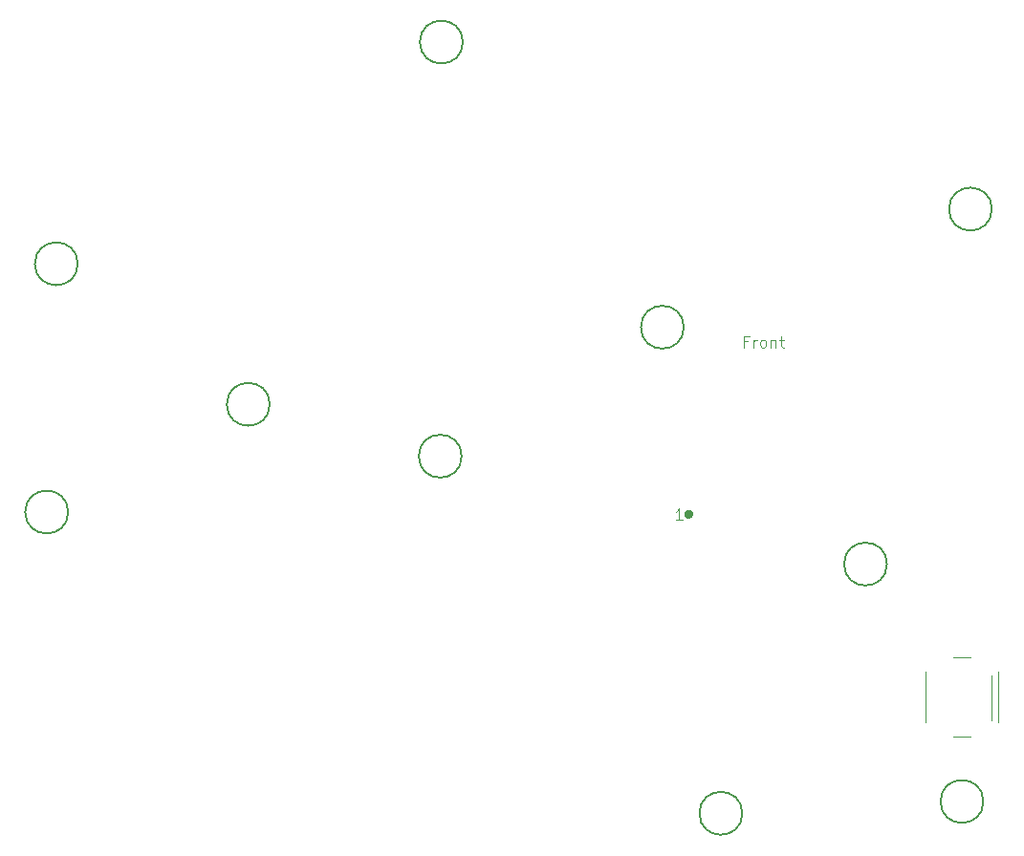
<source format=gbr>
%TF.GenerationSoftware,KiCad,Pcbnew,7.0.2*%
%TF.CreationDate,2024-03-04T12:18:32-06:00*%
%TF.ProjectId,01_capsule5_left,30315f63-6170-4737-956c-65355f6c6566,v1.0.0*%
%TF.SameCoordinates,Original*%
%TF.FileFunction,Legend,Top*%
%TF.FilePolarity,Positive*%
%FSLAX46Y46*%
G04 Gerber Fmt 4.6, Leading zero omitted, Abs format (unit mm)*
G04 Created by KiCad (PCBNEW 7.0.2) date 2024-03-04 12:18:32*
%MOMM*%
%LPD*%
G01*
G04 APERTURE LIST*
%ADD10C,0.100000*%
%ADD11C,0.150000*%
%ADD12C,0.400000*%
%ADD13C,0.120000*%
G04 APERTURE END LIST*
D10*
%TO.C,U3*%
X235481904Y-89287619D02*
X234910476Y-89287619D01*
X235196190Y-89287619D02*
X235196190Y-88287619D01*
X235196190Y-88287619D02*
X235100952Y-88430476D01*
X235100952Y-88430476D02*
X235005714Y-88525714D01*
X235005714Y-88525714D02*
X234910476Y-88573333D01*
X241281428Y-73483809D02*
X240948095Y-73483809D01*
X240948095Y-74007619D02*
X240948095Y-73007619D01*
X240948095Y-73007619D02*
X241424285Y-73007619D01*
X241805238Y-74007619D02*
X241805238Y-73340952D01*
X241805238Y-73531428D02*
X241852857Y-73436190D01*
X241852857Y-73436190D02*
X241900476Y-73388571D01*
X241900476Y-73388571D02*
X241995714Y-73340952D01*
X241995714Y-73340952D02*
X242090952Y-73340952D01*
X242567143Y-74007619D02*
X242471905Y-73960000D01*
X242471905Y-73960000D02*
X242424286Y-73912380D01*
X242424286Y-73912380D02*
X242376667Y-73817142D01*
X242376667Y-73817142D02*
X242376667Y-73531428D01*
X242376667Y-73531428D02*
X242424286Y-73436190D01*
X242424286Y-73436190D02*
X242471905Y-73388571D01*
X242471905Y-73388571D02*
X242567143Y-73340952D01*
X242567143Y-73340952D02*
X242710000Y-73340952D01*
X242710000Y-73340952D02*
X242805238Y-73388571D01*
X242805238Y-73388571D02*
X242852857Y-73436190D01*
X242852857Y-73436190D02*
X242900476Y-73531428D01*
X242900476Y-73531428D02*
X242900476Y-73817142D01*
X242900476Y-73817142D02*
X242852857Y-73912380D01*
X242852857Y-73912380D02*
X242805238Y-73960000D01*
X242805238Y-73960000D02*
X242710000Y-74007619D01*
X242710000Y-74007619D02*
X242567143Y-74007619D01*
X243329048Y-73340952D02*
X243329048Y-74007619D01*
X243329048Y-73436190D02*
X243376667Y-73388571D01*
X243376667Y-73388571D02*
X243471905Y-73340952D01*
X243471905Y-73340952D02*
X243614762Y-73340952D01*
X243614762Y-73340952D02*
X243710000Y-73388571D01*
X243710000Y-73388571D02*
X243757619Y-73483809D01*
X243757619Y-73483809D02*
X243757619Y-74007619D01*
X244090953Y-73340952D02*
X244471905Y-73340952D01*
X244233810Y-73007619D02*
X244233810Y-73864761D01*
X244233810Y-73864761D02*
X244281429Y-73960000D01*
X244281429Y-73960000D02*
X244376667Y-74007619D01*
X244376667Y-74007619D02*
X244471905Y-74007619D01*
D11*
%TO.C,*%
%TO.C,U3*%
X235620000Y-72220000D02*
G75*
G03*
X235620000Y-72220000I-1900000J0D01*
G01*
D12*
X236265193Y-88804272D02*
G75*
G03*
X236265193Y-88804272I-200000J0D01*
G01*
D11*
X253610000Y-93210000D02*
G75*
G03*
X253610000Y-93210000I-1900000J0D01*
G01*
%TO.C,REF\u002A\u002A*%
X262900000Y-61750000D02*
G75*
G03*
X262900000Y-61750000I-1900000J0D01*
G01*
X181100000Y-88600000D02*
G75*
G03*
X181100000Y-88600000I-1900000J0D01*
G01*
X240800000Y-115300000D02*
G75*
G03*
X240800000Y-115300000I-1900000J0D01*
G01*
X262150000Y-114250000D02*
G75*
G03*
X262150000Y-114250000I-1900000J0D01*
G01*
X215950000Y-83650000D02*
G75*
G03*
X215950000Y-83650000I-1900000J0D01*
G01*
D13*
%TO.C,SW15*%
X261000000Y-101500000D02*
X259500000Y-101500000D01*
X257000000Y-102750000D02*
X257000000Y-107250000D01*
X262900000Y-103050000D02*
X262900000Y-107050000D01*
X263500000Y-107250000D02*
X263500000Y-102750000D01*
X259500000Y-108500000D02*
X261000000Y-108500000D01*
D11*
%TO.C,REF\u002A\u002A*%
X216050000Y-46950000D02*
G75*
G03*
X216050000Y-46950000I-1900000J0D01*
G01*
X181950000Y-66600000D02*
G75*
G03*
X181950000Y-66600000I-1900000J0D01*
G01*
X198950000Y-79050000D02*
G75*
G03*
X198950000Y-79050000I-1900000J0D01*
G01*
%TD*%
M02*

</source>
